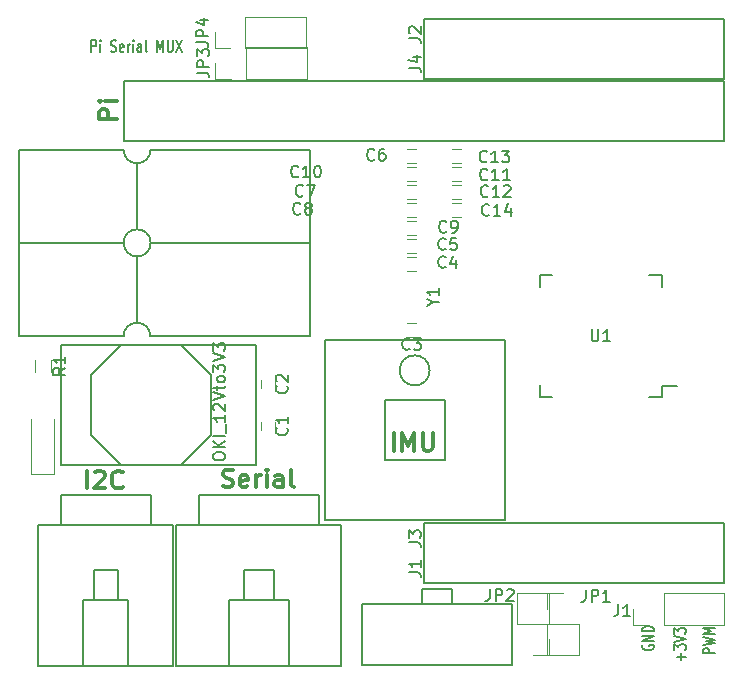
<source format=gbr>
G04 #@! TF.FileFunction,Legend,Top*
%FSLAX46Y46*%
G04 Gerber Fmt 4.6, Leading zero omitted, Abs format (unit mm)*
G04 Created by KiCad (PCBNEW 4.0.7) date 03/17/18 13:32:57*
%MOMM*%
%LPD*%
G01*
G04 APERTURE LIST*
%ADD10C,0.100000*%
%ADD11C,0.190500*%
%ADD12C,0.300000*%
%ADD13C,0.150000*%
%ADD14C,0.120000*%
G04 APERTURE END LIST*
D10*
D11*
X124764801Y-93311162D02*
X124764801Y-92319162D01*
X125055086Y-92319162D01*
X125127658Y-92366400D01*
X125163943Y-92413638D01*
X125200229Y-92508114D01*
X125200229Y-92649829D01*
X125163943Y-92744305D01*
X125127658Y-92791543D01*
X125055086Y-92838781D01*
X124764801Y-92838781D01*
X125526801Y-93311162D02*
X125526801Y-92649829D01*
X125526801Y-92319162D02*
X125490515Y-92366400D01*
X125526801Y-92413638D01*
X125563086Y-92366400D01*
X125526801Y-92319162D01*
X125526801Y-92413638D01*
X126433943Y-93263924D02*
X126542800Y-93311162D01*
X126724229Y-93311162D01*
X126796800Y-93263924D01*
X126833086Y-93216686D01*
X126869371Y-93122210D01*
X126869371Y-93027733D01*
X126833086Y-92933257D01*
X126796800Y-92886019D01*
X126724229Y-92838781D01*
X126579086Y-92791543D01*
X126506514Y-92744305D01*
X126470229Y-92697067D01*
X126433943Y-92602590D01*
X126433943Y-92508114D01*
X126470229Y-92413638D01*
X126506514Y-92366400D01*
X126579086Y-92319162D01*
X126760514Y-92319162D01*
X126869371Y-92366400D01*
X127486228Y-93263924D02*
X127413657Y-93311162D01*
X127268514Y-93311162D01*
X127195943Y-93263924D01*
X127159657Y-93169448D01*
X127159657Y-92791543D01*
X127195943Y-92697067D01*
X127268514Y-92649829D01*
X127413657Y-92649829D01*
X127486228Y-92697067D01*
X127522514Y-92791543D01*
X127522514Y-92886019D01*
X127159657Y-92980495D01*
X127849086Y-93311162D02*
X127849086Y-92649829D01*
X127849086Y-92838781D02*
X127885371Y-92744305D01*
X127921657Y-92697067D01*
X127994228Y-92649829D01*
X128066800Y-92649829D01*
X128320800Y-93311162D02*
X128320800Y-92649829D01*
X128320800Y-92319162D02*
X128284514Y-92366400D01*
X128320800Y-92413638D01*
X128357085Y-92366400D01*
X128320800Y-92319162D01*
X128320800Y-92413638D01*
X129010228Y-93311162D02*
X129010228Y-92791543D01*
X128973942Y-92697067D01*
X128901371Y-92649829D01*
X128756228Y-92649829D01*
X128683657Y-92697067D01*
X129010228Y-93263924D02*
X128937657Y-93311162D01*
X128756228Y-93311162D01*
X128683657Y-93263924D01*
X128647371Y-93169448D01*
X128647371Y-93074971D01*
X128683657Y-92980495D01*
X128756228Y-92933257D01*
X128937657Y-92933257D01*
X129010228Y-92886019D01*
X129481943Y-93311162D02*
X129409371Y-93263924D01*
X129373086Y-93169448D01*
X129373086Y-92319162D01*
X130352800Y-93311162D02*
X130352800Y-92319162D01*
X130606800Y-93027733D01*
X130860800Y-92319162D01*
X130860800Y-93311162D01*
X131223657Y-92319162D02*
X131223657Y-93122210D01*
X131259942Y-93216686D01*
X131296228Y-93263924D01*
X131368799Y-93311162D01*
X131513942Y-93311162D01*
X131586514Y-93263924D01*
X131622799Y-93216686D01*
X131659085Y-93122210D01*
X131659085Y-92319162D01*
X131949371Y-92319162D02*
X132457371Y-93311162D01*
X132457371Y-92319162D02*
X131949371Y-93311162D01*
X177537562Y-144224828D02*
X176545562Y-144224828D01*
X176545562Y-143934543D01*
X176592800Y-143861971D01*
X176640038Y-143825686D01*
X176734514Y-143789400D01*
X176876229Y-143789400D01*
X176970705Y-143825686D01*
X177017943Y-143861971D01*
X177065181Y-143934543D01*
X177065181Y-144224828D01*
X176545562Y-143535400D02*
X177537562Y-143353971D01*
X176828990Y-143208828D01*
X177537562Y-143063686D01*
X176545562Y-142882257D01*
X177537562Y-142591971D02*
X176545562Y-142591971D01*
X177254133Y-142337971D01*
X176545562Y-142083971D01*
X177537562Y-142083971D01*
X174721257Y-144801771D02*
X174721257Y-144221200D01*
X175099162Y-144511486D02*
X174343352Y-144511486D01*
X174107162Y-143930914D02*
X174107162Y-143459200D01*
X174485067Y-143713200D01*
X174485067Y-143604342D01*
X174532305Y-143531771D01*
X174579543Y-143495485D01*
X174674019Y-143459200D01*
X174910210Y-143459200D01*
X175004686Y-143495485D01*
X175051924Y-143531771D01*
X175099162Y-143604342D01*
X175099162Y-143822057D01*
X175051924Y-143894628D01*
X175004686Y-143930914D01*
X174107162Y-143241486D02*
X175099162Y-142987486D01*
X174107162Y-142733486D01*
X174107162Y-142552057D02*
X174107162Y-142080343D01*
X174485067Y-142334343D01*
X174485067Y-142225485D01*
X174532305Y-142152914D01*
X174579543Y-142116628D01*
X174674019Y-142080343D01*
X174910210Y-142080343D01*
X175004686Y-142116628D01*
X175051924Y-142152914D01*
X175099162Y-142225485D01*
X175099162Y-142443200D01*
X175051924Y-142515771D01*
X175004686Y-142552057D01*
X171462000Y-143531772D02*
X171414762Y-143604343D01*
X171414762Y-143713200D01*
X171462000Y-143822057D01*
X171556476Y-143894629D01*
X171650952Y-143930914D01*
X171839905Y-143967200D01*
X171981619Y-143967200D01*
X172170571Y-143930914D01*
X172265048Y-143894629D01*
X172359524Y-143822057D01*
X172406762Y-143713200D01*
X172406762Y-143640629D01*
X172359524Y-143531772D01*
X172312286Y-143495486D01*
X171981619Y-143495486D01*
X171981619Y-143640629D01*
X172406762Y-143168914D02*
X171414762Y-143168914D01*
X172406762Y-142733486D01*
X171414762Y-142733486D01*
X172406762Y-142370628D02*
X171414762Y-142370628D01*
X171414762Y-142189200D01*
X171462000Y-142080343D01*
X171556476Y-142007771D01*
X171650952Y-141971486D01*
X171839905Y-141935200D01*
X171981619Y-141935200D01*
X172170571Y-141971486D01*
X172265048Y-142007771D01*
X172359524Y-142080343D01*
X172406762Y-142189200D01*
X172406762Y-142370628D01*
D12*
X126916571Y-98997200D02*
X125416571Y-98997200D01*
X125416571Y-98425772D01*
X125488000Y-98282914D01*
X125559429Y-98211486D01*
X125702286Y-98140057D01*
X125916571Y-98140057D01*
X126059429Y-98211486D01*
X126130857Y-98282914D01*
X126202286Y-98425772D01*
X126202286Y-98997200D01*
X126916571Y-97497200D02*
X125916571Y-97497200D01*
X125416571Y-97497200D02*
X125488000Y-97568629D01*
X125559429Y-97497200D01*
X125488000Y-97425772D01*
X125416571Y-97497200D01*
X125559429Y-97497200D01*
X150401543Y-127068971D02*
X150401543Y-125568971D01*
X151115829Y-127068971D02*
X151115829Y-125568971D01*
X151615829Y-126640400D01*
X152115829Y-125568971D01*
X152115829Y-127068971D01*
X152830115Y-125568971D02*
X152830115Y-126783257D01*
X152901543Y-126926114D01*
X152972972Y-126997543D01*
X153115829Y-127068971D01*
X153401543Y-127068971D01*
X153544401Y-126997543D01*
X153615829Y-126926114D01*
X153687258Y-126783257D01*
X153687258Y-125568971D01*
X135922915Y-130096343D02*
X136137201Y-130167771D01*
X136494344Y-130167771D01*
X136637201Y-130096343D01*
X136708630Y-130024914D01*
X136780058Y-129882057D01*
X136780058Y-129739200D01*
X136708630Y-129596343D01*
X136637201Y-129524914D01*
X136494344Y-129453486D01*
X136208630Y-129382057D01*
X136065772Y-129310629D01*
X135994344Y-129239200D01*
X135922915Y-129096343D01*
X135922915Y-128953486D01*
X135994344Y-128810629D01*
X136065772Y-128739200D01*
X136208630Y-128667771D01*
X136565772Y-128667771D01*
X136780058Y-128739200D01*
X137994343Y-130096343D02*
X137851486Y-130167771D01*
X137565772Y-130167771D01*
X137422915Y-130096343D01*
X137351486Y-129953486D01*
X137351486Y-129382057D01*
X137422915Y-129239200D01*
X137565772Y-129167771D01*
X137851486Y-129167771D01*
X137994343Y-129239200D01*
X138065772Y-129382057D01*
X138065772Y-129524914D01*
X137351486Y-129667771D01*
X138708629Y-130167771D02*
X138708629Y-129167771D01*
X138708629Y-129453486D02*
X138780057Y-129310629D01*
X138851486Y-129239200D01*
X138994343Y-129167771D01*
X139137200Y-129167771D01*
X139637200Y-130167771D02*
X139637200Y-129167771D01*
X139637200Y-128667771D02*
X139565771Y-128739200D01*
X139637200Y-128810629D01*
X139708628Y-128739200D01*
X139637200Y-128667771D01*
X139637200Y-128810629D01*
X140994343Y-130167771D02*
X140994343Y-129382057D01*
X140922914Y-129239200D01*
X140780057Y-129167771D01*
X140494343Y-129167771D01*
X140351486Y-129239200D01*
X140994343Y-130096343D02*
X140851486Y-130167771D01*
X140494343Y-130167771D01*
X140351486Y-130096343D01*
X140280057Y-129953486D01*
X140280057Y-129810629D01*
X140351486Y-129667771D01*
X140494343Y-129596343D01*
X140851486Y-129596343D01*
X140994343Y-129524914D01*
X141922915Y-130167771D02*
X141780057Y-130096343D01*
X141708629Y-129953486D01*
X141708629Y-128667771D01*
X124418115Y-130269371D02*
X124418115Y-128769371D01*
X125060972Y-128912229D02*
X125132401Y-128840800D01*
X125275258Y-128769371D01*
X125632401Y-128769371D01*
X125775258Y-128840800D01*
X125846687Y-128912229D01*
X125918115Y-129055086D01*
X125918115Y-129197943D01*
X125846687Y-129412229D01*
X124989544Y-130269371D01*
X125918115Y-130269371D01*
X127418115Y-130126514D02*
X127346686Y-130197943D01*
X127132400Y-130269371D01*
X126989543Y-130269371D01*
X126775258Y-130197943D01*
X126632400Y-130055086D01*
X126560972Y-129912229D01*
X126489543Y-129626514D01*
X126489543Y-129412229D01*
X126560972Y-129126514D01*
X126632400Y-128983657D01*
X126775258Y-128840800D01*
X126989543Y-128769371D01*
X127132400Y-128769371D01*
X127346686Y-128840800D01*
X127418115Y-128912229D01*
D13*
X173069000Y-122523000D02*
X173069000Y-121573000D01*
X162719000Y-122523000D02*
X162719000Y-121473000D01*
X162719000Y-112173000D02*
X162719000Y-113223000D01*
X173069000Y-112173000D02*
X173069000Y-113223000D01*
X173069000Y-122523000D02*
X172019000Y-122523000D01*
X173069000Y-112173000D02*
X172019000Y-112173000D01*
X162719000Y-112173000D02*
X163769000Y-112173000D01*
X162719000Y-122523000D02*
X163769000Y-122523000D01*
X173069000Y-121573000D02*
X174344000Y-121573000D01*
D14*
X152242000Y-104232000D02*
X151542000Y-104232000D01*
X151542000Y-103032000D02*
X152242000Y-103032000D01*
X140300000Y-121062000D02*
X140300000Y-121762000D01*
X139100000Y-121762000D02*
X139100000Y-121062000D01*
X152242000Y-117440000D02*
X151542000Y-117440000D01*
X151542000Y-116240000D02*
X152242000Y-116240000D01*
X152242000Y-111852000D02*
X151542000Y-111852000D01*
X151542000Y-110652000D02*
X152242000Y-110652000D01*
X152242000Y-110328000D02*
X151542000Y-110328000D01*
X151542000Y-109128000D02*
X152242000Y-109128000D01*
X152242000Y-102708000D02*
X151542000Y-102708000D01*
X151542000Y-101508000D02*
X152242000Y-101508000D01*
X152242000Y-105756000D02*
X151542000Y-105756000D01*
X151542000Y-104556000D02*
X152242000Y-104556000D01*
X152242000Y-107280000D02*
X151542000Y-107280000D01*
X151542000Y-106080000D02*
X152242000Y-106080000D01*
X152242000Y-108804000D02*
X151542000Y-108804000D01*
X151542000Y-107604000D02*
X152242000Y-107604000D01*
X155352000Y-103032000D02*
X156052000Y-103032000D01*
X156052000Y-104232000D02*
X155352000Y-104232000D01*
X155352000Y-104556000D02*
X156052000Y-104556000D01*
X156052000Y-105756000D02*
X155352000Y-105756000D01*
X155352000Y-101508000D02*
X156052000Y-101508000D01*
X156052000Y-102708000D02*
X155352000Y-102708000D01*
X155352000Y-106080000D02*
X156052000Y-106080000D01*
X156052000Y-107280000D02*
X155352000Y-107280000D01*
X119970000Y-120388000D02*
X119970000Y-119388000D01*
X121330000Y-119388000D02*
X121330000Y-120388000D01*
D13*
X178308000Y-100838000D02*
X178308000Y-95758000D01*
X178308000Y-95758000D02*
X127508000Y-95758000D01*
X127508000Y-95758000D02*
X127508000Y-100838000D01*
X127508000Y-100838000D02*
X178308000Y-100838000D01*
X127508000Y-101600000D02*
X126288800Y-101600000D01*
X128651000Y-102743000D02*
G75*
G03X129794000Y-101600000I0J1143000D01*
G01*
X127508000Y-101600000D02*
G75*
G03X128651000Y-102743000I1143000J0D01*
G01*
X129768600Y-117348000D02*
G75*
G03X128651000Y-116230400I-1117600J0D01*
G01*
X128625600Y-116230400D02*
G75*
G03X127508000Y-117348000I0J-1117600D01*
G01*
X130962400Y-117348000D02*
X129768600Y-117348000D01*
X128651000Y-115036600D02*
X128651000Y-116205000D01*
X126339600Y-117348000D02*
X127508000Y-117348000D01*
X130911600Y-101600000D02*
X129819400Y-101600000D01*
X128651000Y-102743000D02*
X128651000Y-103911400D01*
X128651000Y-111760000D02*
X128651000Y-110617000D01*
X118618000Y-109448600D02*
X127508000Y-109448600D01*
X128651000Y-107188000D02*
X128651000Y-108331000D01*
X130937000Y-109474000D02*
X129794000Y-109474000D01*
X128651000Y-111760000D02*
X128651000Y-115062000D01*
X130937000Y-109474000D02*
X143256000Y-109474000D01*
X128651000Y-107188000D02*
X128651000Y-103911400D01*
X129794000Y-109474000D02*
G75*
G03X129794000Y-109474000I-1143000J0D01*
G01*
X130937000Y-117348000D02*
X143256000Y-117348000D01*
X126365000Y-117348000D02*
X118618000Y-117348000D01*
X118618000Y-101600000D02*
X126365000Y-101600000D01*
X130937000Y-101600000D02*
X143256000Y-101600000D01*
X118614000Y-117348000D02*
X118614000Y-101598000D01*
X143252000Y-117348000D02*
X143252000Y-101598000D01*
X134874000Y-125730000D02*
X132334000Y-128270000D01*
X132334000Y-128270000D02*
X127254000Y-128270000D01*
X127254000Y-128270000D02*
X124714000Y-125730000D01*
X124714000Y-125730000D02*
X124714000Y-120650000D01*
X124714000Y-120650000D02*
X127254000Y-118110000D01*
X127254000Y-118110000D02*
X132334000Y-118110000D01*
X132334000Y-118110000D02*
X134874000Y-120650000D01*
X134874000Y-120650000D02*
X134874000Y-125730000D01*
X122174000Y-118110000D02*
X122174000Y-128270000D01*
X138684000Y-118110000D02*
X138684000Y-128270000D01*
X138684000Y-128270000D02*
X122174000Y-128270000D01*
X122174000Y-118110000D02*
X138684000Y-118110000D01*
D14*
X140300000Y-124618000D02*
X140300000Y-125318000D01*
X139100000Y-125318000D02*
X139100000Y-124618000D01*
D13*
X145923000Y-145288000D02*
X131953000Y-145288000D01*
X141478000Y-139700000D02*
X136398000Y-139700000D01*
X137668000Y-139700000D02*
X137668000Y-137160000D01*
X137668000Y-137160000D02*
X140208000Y-137160000D01*
X136398000Y-145288000D02*
X136398000Y-139700000D01*
X131953000Y-133350000D02*
X131953000Y-145288000D01*
X133858000Y-130810000D02*
X144018000Y-130810000D01*
X141478000Y-145288000D02*
X141478000Y-144780000D01*
X145923000Y-133350000D02*
X145923000Y-145288000D01*
X144018000Y-133350000D02*
X145923000Y-133350000D01*
X141478000Y-140970000D02*
X141478000Y-139700000D01*
X141478000Y-140970000D02*
X141478000Y-144780000D01*
X140208000Y-139700000D02*
X140208000Y-137160000D01*
X144018000Y-133350000D02*
X131953000Y-133350000D01*
X133858000Y-133350000D02*
X133858000Y-130810000D01*
X144018000Y-130810000D02*
X144018000Y-133350000D01*
X153416000Y-120269000D02*
G75*
G03X153416000Y-120269000I-1270000J0D01*
G01*
X149606000Y-127889000D02*
X154686000Y-127889000D01*
X154686000Y-127889000D02*
X154686000Y-122809000D01*
X154686000Y-122809000D02*
X149606000Y-122809000D01*
X149606000Y-122809000D02*
X149606000Y-127889000D01*
X158496000Y-117729000D02*
X159766000Y-117729000D01*
X159766000Y-117729000D02*
X159766000Y-132969000D01*
X159766000Y-132969000D02*
X158496000Y-132969000D01*
X144526000Y-117729000D02*
X158496000Y-117729000D01*
X159766000Y-117729000D02*
X159766000Y-132969000D01*
X158496000Y-132969000D02*
X144526000Y-132969000D01*
X144526000Y-132969000D02*
X144526000Y-117729000D01*
X155321000Y-140081000D02*
X155321000Y-138811000D01*
X155321000Y-138811000D02*
X152781000Y-138811000D01*
X152781000Y-138811000D02*
X152781000Y-140081000D01*
X160401000Y-145161000D02*
X160401000Y-140081000D01*
X160401000Y-140081000D02*
X147701000Y-140081000D01*
X160351000Y-145181000D02*
X147701000Y-145181000D01*
X147701000Y-140081000D02*
X147701000Y-145181000D01*
D14*
X119700000Y-129084000D02*
X121600000Y-129084000D01*
X121600000Y-129084000D02*
X121600000Y-124384000D01*
X119700000Y-129084000D02*
X119700000Y-124384000D01*
D13*
X152908000Y-90551000D02*
X152908000Y-95631000D01*
X152908000Y-95631000D02*
X178308000Y-95631000D01*
X178308000Y-95631000D02*
X178308000Y-90551000D01*
X178308000Y-90551000D02*
X152908000Y-90551000D01*
X152908000Y-133223000D02*
X152908000Y-138303000D01*
X152908000Y-138303000D02*
X178308000Y-138303000D01*
X178308000Y-138303000D02*
X178308000Y-133223000D01*
X178308000Y-133223000D02*
X152908000Y-133223000D01*
D14*
X163363600Y-144332000D02*
X166023600Y-144332000D01*
X163363600Y-141732000D02*
X163363600Y-144332000D01*
X166023600Y-141732000D02*
X166023600Y-144332000D01*
X163363600Y-141732000D02*
X166023600Y-141732000D01*
X163363600Y-140462000D02*
X163363600Y-139132000D01*
X163363600Y-139132000D02*
X164693600Y-139132000D01*
X163483600Y-139132000D02*
X160823600Y-139132000D01*
X163483600Y-141732000D02*
X163483600Y-139132000D01*
X160823600Y-141732000D02*
X160823600Y-139132000D01*
X163483600Y-141732000D02*
X160823600Y-141732000D01*
X163483600Y-143002000D02*
X163483600Y-144332000D01*
X163483600Y-144332000D02*
X162153600Y-144332000D01*
X143011200Y-95564000D02*
X143011200Y-92904000D01*
X137871200Y-95564000D02*
X143011200Y-95564000D01*
X137871200Y-92904000D02*
X143011200Y-92904000D01*
X137871200Y-95564000D02*
X137871200Y-92904000D01*
X136601200Y-95564000D02*
X135271200Y-95564000D01*
X135271200Y-95564000D02*
X135271200Y-94234000D01*
X142960400Y-92973200D02*
X142960400Y-90313200D01*
X137820400Y-92973200D02*
X142960400Y-92973200D01*
X137820400Y-90313200D02*
X142960400Y-90313200D01*
X137820400Y-92973200D02*
X137820400Y-90313200D01*
X136550400Y-92973200D02*
X135220400Y-92973200D01*
X135220400Y-92973200D02*
X135220400Y-91643200D01*
D13*
X131699000Y-133350000D02*
X120269000Y-133350000D01*
X120269000Y-133350000D02*
X120269000Y-145288000D01*
X124079000Y-139700000D02*
X127889000Y-139700000D01*
X127000000Y-137160000D02*
X124968000Y-137160000D01*
X122174000Y-130810000D02*
X129794000Y-130810000D01*
X131699000Y-145288000D02*
X120269000Y-145288000D01*
X124968000Y-139700000D02*
X124968000Y-137160000D01*
X124079000Y-145288000D02*
X124079000Y-139700000D01*
X127889000Y-145288000D02*
X127889000Y-144780000D01*
X131699000Y-133350000D02*
X131699000Y-145288000D01*
X127889000Y-140970000D02*
X127889000Y-139700000D01*
X127889000Y-140970000D02*
X127889000Y-144780000D01*
X127000000Y-139700000D02*
X127000000Y-137160000D01*
X122174000Y-133350000D02*
X122174000Y-130810000D01*
X129794000Y-130810000D02*
X129794000Y-133350000D01*
D14*
X173228000Y-141792000D02*
X178368000Y-141792000D01*
X178368000Y-141792000D02*
X178368000Y-139132000D01*
X178368000Y-139132000D02*
X173228000Y-139132000D01*
X173228000Y-139132000D02*
X173228000Y-141792000D01*
X171958000Y-141792000D02*
X170628000Y-141792000D01*
X170628000Y-141792000D02*
X170628000Y-140462000D01*
D13*
X167132095Y-116800381D02*
X167132095Y-117609905D01*
X167179714Y-117705143D01*
X167227333Y-117752762D01*
X167322571Y-117800381D01*
X167513048Y-117800381D01*
X167608286Y-117752762D01*
X167655905Y-117705143D01*
X167703524Y-117609905D01*
X167703524Y-116800381D01*
X168703524Y-117800381D02*
X168132095Y-117800381D01*
X168417809Y-117800381D02*
X168417809Y-116800381D01*
X168322571Y-116943238D01*
X168227333Y-117038476D01*
X168132095Y-117086095D01*
X142308343Y-103836743D02*
X142260724Y-103884362D01*
X142117867Y-103931981D01*
X142022629Y-103931981D01*
X141879771Y-103884362D01*
X141784533Y-103789124D01*
X141736914Y-103693886D01*
X141689295Y-103503410D01*
X141689295Y-103360552D01*
X141736914Y-103170076D01*
X141784533Y-103074838D01*
X141879771Y-102979600D01*
X142022629Y-102931981D01*
X142117867Y-102931981D01*
X142260724Y-102979600D01*
X142308343Y-103027219D01*
X143260724Y-103931981D02*
X142689295Y-103931981D01*
X142975009Y-103931981D02*
X142975009Y-102931981D01*
X142879771Y-103074838D01*
X142784533Y-103170076D01*
X142689295Y-103217695D01*
X143879771Y-102931981D02*
X143975010Y-102931981D01*
X144070248Y-102979600D01*
X144117867Y-103027219D01*
X144165486Y-103122457D01*
X144213105Y-103312933D01*
X144213105Y-103551029D01*
X144165486Y-103741505D01*
X144117867Y-103836743D01*
X144070248Y-103884362D01*
X143975010Y-103931981D01*
X143879771Y-103931981D01*
X143784533Y-103884362D01*
X143736914Y-103836743D01*
X143689295Y-103741505D01*
X143641676Y-103551029D01*
X143641676Y-103312933D01*
X143689295Y-103122457D01*
X143736914Y-103027219D01*
X143784533Y-102979600D01*
X143879771Y-102931981D01*
X141307143Y-121578666D02*
X141354762Y-121626285D01*
X141402381Y-121769142D01*
X141402381Y-121864380D01*
X141354762Y-122007238D01*
X141259524Y-122102476D01*
X141164286Y-122150095D01*
X140973810Y-122197714D01*
X140830952Y-122197714D01*
X140640476Y-122150095D01*
X140545238Y-122102476D01*
X140450000Y-122007238D01*
X140402381Y-121864380D01*
X140402381Y-121769142D01*
X140450000Y-121626285D01*
X140497619Y-121578666D01*
X140497619Y-121197714D02*
X140450000Y-121150095D01*
X140402381Y-121054857D01*
X140402381Y-120816761D01*
X140450000Y-120721523D01*
X140497619Y-120673904D01*
X140592857Y-120626285D01*
X140688095Y-120626285D01*
X140830952Y-120673904D01*
X141402381Y-121245333D01*
X141402381Y-120626285D01*
X151725334Y-118447143D02*
X151677715Y-118494762D01*
X151534858Y-118542381D01*
X151439620Y-118542381D01*
X151296762Y-118494762D01*
X151201524Y-118399524D01*
X151153905Y-118304286D01*
X151106286Y-118113810D01*
X151106286Y-117970952D01*
X151153905Y-117780476D01*
X151201524Y-117685238D01*
X151296762Y-117590000D01*
X151439620Y-117542381D01*
X151534858Y-117542381D01*
X151677715Y-117590000D01*
X151725334Y-117637619D01*
X152058667Y-117542381D02*
X152677715Y-117542381D01*
X152344381Y-117923333D01*
X152487239Y-117923333D01*
X152582477Y-117970952D01*
X152630096Y-118018571D01*
X152677715Y-118113810D01*
X152677715Y-118351905D01*
X152630096Y-118447143D01*
X152582477Y-118494762D01*
X152487239Y-118542381D01*
X152201524Y-118542381D01*
X152106286Y-118494762D01*
X152058667Y-118447143D01*
X154773334Y-111507543D02*
X154725715Y-111555162D01*
X154582858Y-111602781D01*
X154487620Y-111602781D01*
X154344762Y-111555162D01*
X154249524Y-111459924D01*
X154201905Y-111364686D01*
X154154286Y-111174210D01*
X154154286Y-111031352D01*
X154201905Y-110840876D01*
X154249524Y-110745638D01*
X154344762Y-110650400D01*
X154487620Y-110602781D01*
X154582858Y-110602781D01*
X154725715Y-110650400D01*
X154773334Y-110698019D01*
X155630477Y-110936114D02*
X155630477Y-111602781D01*
X155392381Y-110555162D02*
X155154286Y-111269448D01*
X155773334Y-111269448D01*
X154773334Y-109983543D02*
X154725715Y-110031162D01*
X154582858Y-110078781D01*
X154487620Y-110078781D01*
X154344762Y-110031162D01*
X154249524Y-109935924D01*
X154201905Y-109840686D01*
X154154286Y-109650210D01*
X154154286Y-109507352D01*
X154201905Y-109316876D01*
X154249524Y-109221638D01*
X154344762Y-109126400D01*
X154487620Y-109078781D01*
X154582858Y-109078781D01*
X154725715Y-109126400D01*
X154773334Y-109174019D01*
X155678096Y-109078781D02*
X155201905Y-109078781D01*
X155154286Y-109554971D01*
X155201905Y-109507352D01*
X155297143Y-109459733D01*
X155535239Y-109459733D01*
X155630477Y-109507352D01*
X155678096Y-109554971D01*
X155725715Y-109650210D01*
X155725715Y-109888305D01*
X155678096Y-109983543D01*
X155630477Y-110031162D01*
X155535239Y-110078781D01*
X155297143Y-110078781D01*
X155201905Y-110031162D01*
X155154286Y-109983543D01*
X148728134Y-102414343D02*
X148680515Y-102461962D01*
X148537658Y-102509581D01*
X148442420Y-102509581D01*
X148299562Y-102461962D01*
X148204324Y-102366724D01*
X148156705Y-102271486D01*
X148109086Y-102081010D01*
X148109086Y-101938152D01*
X148156705Y-101747676D01*
X148204324Y-101652438D01*
X148299562Y-101557200D01*
X148442420Y-101509581D01*
X148537658Y-101509581D01*
X148680515Y-101557200D01*
X148728134Y-101604819D01*
X149585277Y-101509581D02*
X149394800Y-101509581D01*
X149299562Y-101557200D01*
X149251943Y-101604819D01*
X149156705Y-101747676D01*
X149109086Y-101938152D01*
X149109086Y-102319105D01*
X149156705Y-102414343D01*
X149204324Y-102461962D01*
X149299562Y-102509581D01*
X149490039Y-102509581D01*
X149585277Y-102461962D01*
X149632896Y-102414343D01*
X149680515Y-102319105D01*
X149680515Y-102081010D01*
X149632896Y-101985771D01*
X149585277Y-101938152D01*
X149490039Y-101890533D01*
X149299562Y-101890533D01*
X149204324Y-101938152D01*
X149156705Y-101985771D01*
X149109086Y-102081010D01*
X142682934Y-105462343D02*
X142635315Y-105509962D01*
X142492458Y-105557581D01*
X142397220Y-105557581D01*
X142254362Y-105509962D01*
X142159124Y-105414724D01*
X142111505Y-105319486D01*
X142063886Y-105129010D01*
X142063886Y-104986152D01*
X142111505Y-104795676D01*
X142159124Y-104700438D01*
X142254362Y-104605200D01*
X142397220Y-104557581D01*
X142492458Y-104557581D01*
X142635315Y-104605200D01*
X142682934Y-104652819D01*
X143016267Y-104557581D02*
X143682934Y-104557581D01*
X143254362Y-105557581D01*
X142479734Y-106986343D02*
X142432115Y-107033962D01*
X142289258Y-107081581D01*
X142194020Y-107081581D01*
X142051162Y-107033962D01*
X141955924Y-106938724D01*
X141908305Y-106843486D01*
X141860686Y-106653010D01*
X141860686Y-106510152D01*
X141908305Y-106319676D01*
X141955924Y-106224438D01*
X142051162Y-106129200D01*
X142194020Y-106081581D01*
X142289258Y-106081581D01*
X142432115Y-106129200D01*
X142479734Y-106176819D01*
X143051162Y-106510152D02*
X142955924Y-106462533D01*
X142908305Y-106414914D01*
X142860686Y-106319676D01*
X142860686Y-106272057D01*
X142908305Y-106176819D01*
X142955924Y-106129200D01*
X143051162Y-106081581D01*
X143241639Y-106081581D01*
X143336877Y-106129200D01*
X143384496Y-106176819D01*
X143432115Y-106272057D01*
X143432115Y-106319676D01*
X143384496Y-106414914D01*
X143336877Y-106462533D01*
X143241639Y-106510152D01*
X143051162Y-106510152D01*
X142955924Y-106557771D01*
X142908305Y-106605390D01*
X142860686Y-106700629D01*
X142860686Y-106891105D01*
X142908305Y-106986343D01*
X142955924Y-107033962D01*
X143051162Y-107081581D01*
X143241639Y-107081581D01*
X143336877Y-107033962D01*
X143384496Y-106986343D01*
X143432115Y-106891105D01*
X143432115Y-106700629D01*
X143384496Y-106605390D01*
X143336877Y-106557771D01*
X143241639Y-106510152D01*
X154824134Y-108510343D02*
X154776515Y-108557962D01*
X154633658Y-108605581D01*
X154538420Y-108605581D01*
X154395562Y-108557962D01*
X154300324Y-108462724D01*
X154252705Y-108367486D01*
X154205086Y-108177010D01*
X154205086Y-108034152D01*
X154252705Y-107843676D01*
X154300324Y-107748438D01*
X154395562Y-107653200D01*
X154538420Y-107605581D01*
X154633658Y-107605581D01*
X154776515Y-107653200D01*
X154824134Y-107700819D01*
X155300324Y-108605581D02*
X155490800Y-108605581D01*
X155586039Y-108557962D01*
X155633658Y-108510343D01*
X155728896Y-108367486D01*
X155776515Y-108177010D01*
X155776515Y-107796057D01*
X155728896Y-107700819D01*
X155681277Y-107653200D01*
X155586039Y-107605581D01*
X155395562Y-107605581D01*
X155300324Y-107653200D01*
X155252705Y-107700819D01*
X155205086Y-107796057D01*
X155205086Y-108034152D01*
X155252705Y-108129390D01*
X155300324Y-108177010D01*
X155395562Y-108224629D01*
X155586039Y-108224629D01*
X155681277Y-108177010D01*
X155728896Y-108129390D01*
X155776515Y-108034152D01*
X158310343Y-104090743D02*
X158262724Y-104138362D01*
X158119867Y-104185981D01*
X158024629Y-104185981D01*
X157881771Y-104138362D01*
X157786533Y-104043124D01*
X157738914Y-103947886D01*
X157691295Y-103757410D01*
X157691295Y-103614552D01*
X157738914Y-103424076D01*
X157786533Y-103328838D01*
X157881771Y-103233600D01*
X158024629Y-103185981D01*
X158119867Y-103185981D01*
X158262724Y-103233600D01*
X158310343Y-103281219D01*
X159262724Y-104185981D02*
X158691295Y-104185981D01*
X158977009Y-104185981D02*
X158977009Y-103185981D01*
X158881771Y-103328838D01*
X158786533Y-103424076D01*
X158691295Y-103471695D01*
X160215105Y-104185981D02*
X159643676Y-104185981D01*
X159929390Y-104185981D02*
X159929390Y-103185981D01*
X159834152Y-103328838D01*
X159738914Y-103424076D01*
X159643676Y-103471695D01*
X158361143Y-105513143D02*
X158313524Y-105560762D01*
X158170667Y-105608381D01*
X158075429Y-105608381D01*
X157932571Y-105560762D01*
X157837333Y-105465524D01*
X157789714Y-105370286D01*
X157742095Y-105179810D01*
X157742095Y-105036952D01*
X157789714Y-104846476D01*
X157837333Y-104751238D01*
X157932571Y-104656000D01*
X158075429Y-104608381D01*
X158170667Y-104608381D01*
X158313524Y-104656000D01*
X158361143Y-104703619D01*
X159313524Y-105608381D02*
X158742095Y-105608381D01*
X159027809Y-105608381D02*
X159027809Y-104608381D01*
X158932571Y-104751238D01*
X158837333Y-104846476D01*
X158742095Y-104894095D01*
X159694476Y-104703619D02*
X159742095Y-104656000D01*
X159837333Y-104608381D01*
X160075429Y-104608381D01*
X160170667Y-104656000D01*
X160218286Y-104703619D01*
X160265905Y-104798857D01*
X160265905Y-104894095D01*
X160218286Y-105036952D01*
X159646857Y-105608381D01*
X160265905Y-105608381D01*
X158259543Y-102566743D02*
X158211924Y-102614362D01*
X158069067Y-102661981D01*
X157973829Y-102661981D01*
X157830971Y-102614362D01*
X157735733Y-102519124D01*
X157688114Y-102423886D01*
X157640495Y-102233410D01*
X157640495Y-102090552D01*
X157688114Y-101900076D01*
X157735733Y-101804838D01*
X157830971Y-101709600D01*
X157973829Y-101661981D01*
X158069067Y-101661981D01*
X158211924Y-101709600D01*
X158259543Y-101757219D01*
X159211924Y-102661981D02*
X158640495Y-102661981D01*
X158926209Y-102661981D02*
X158926209Y-101661981D01*
X158830971Y-101804838D01*
X158735733Y-101900076D01*
X158640495Y-101947695D01*
X159545257Y-101661981D02*
X160164305Y-101661981D01*
X159830971Y-102042933D01*
X159973829Y-102042933D01*
X160069067Y-102090552D01*
X160116686Y-102138171D01*
X160164305Y-102233410D01*
X160164305Y-102471505D01*
X160116686Y-102566743D01*
X160069067Y-102614362D01*
X159973829Y-102661981D01*
X159688114Y-102661981D01*
X159592876Y-102614362D01*
X159545257Y-102566743D01*
X158462743Y-107087943D02*
X158415124Y-107135562D01*
X158272267Y-107183181D01*
X158177029Y-107183181D01*
X158034171Y-107135562D01*
X157938933Y-107040324D01*
X157891314Y-106945086D01*
X157843695Y-106754610D01*
X157843695Y-106611752D01*
X157891314Y-106421276D01*
X157938933Y-106326038D01*
X158034171Y-106230800D01*
X158177029Y-106183181D01*
X158272267Y-106183181D01*
X158415124Y-106230800D01*
X158462743Y-106278419D01*
X159415124Y-107183181D02*
X158843695Y-107183181D01*
X159129409Y-107183181D02*
X159129409Y-106183181D01*
X159034171Y-106326038D01*
X158938933Y-106421276D01*
X158843695Y-106468895D01*
X160272267Y-106516514D02*
X160272267Y-107183181D01*
X160034171Y-106135562D02*
X159796076Y-106849848D01*
X160415124Y-106849848D01*
X122552381Y-120054666D02*
X122076190Y-120388000D01*
X122552381Y-120626095D02*
X121552381Y-120626095D01*
X121552381Y-120245142D01*
X121600000Y-120149904D01*
X121647619Y-120102285D01*
X121742857Y-120054666D01*
X121885714Y-120054666D01*
X121980952Y-120102285D01*
X122028571Y-120149904D01*
X122076190Y-120245142D01*
X122076190Y-120626095D01*
X122552381Y-119102285D02*
X122552381Y-119673714D01*
X122552381Y-119388000D02*
X121552381Y-119388000D01*
X121695238Y-119483238D01*
X121790476Y-119578476D01*
X121838095Y-119673714D01*
X153696990Y-114522191D02*
X154173181Y-114522191D01*
X153173181Y-114855524D02*
X153696990Y-114522191D01*
X153173181Y-114188857D01*
X154173181Y-113331714D02*
X154173181Y-113903143D01*
X154173181Y-113617429D02*
X153173181Y-113617429D01*
X153316038Y-113712667D01*
X153411276Y-113807905D01*
X153458895Y-113903143D01*
X135088381Y-127650286D02*
X135088381Y-127459809D01*
X135136000Y-127364571D01*
X135231238Y-127269333D01*
X135421714Y-127221714D01*
X135755048Y-127221714D01*
X135945524Y-127269333D01*
X136040762Y-127364571D01*
X136088381Y-127459809D01*
X136088381Y-127650286D01*
X136040762Y-127745524D01*
X135945524Y-127840762D01*
X135755048Y-127888381D01*
X135421714Y-127888381D01*
X135231238Y-127840762D01*
X135136000Y-127745524D01*
X135088381Y-127650286D01*
X136088381Y-126793143D02*
X135088381Y-126793143D01*
X136088381Y-126221714D02*
X135516952Y-126650286D01*
X135088381Y-126221714D02*
X135659810Y-126793143D01*
X136088381Y-125793143D02*
X135088381Y-125793143D01*
X136183619Y-125555048D02*
X136183619Y-124793143D01*
X136088381Y-124031238D02*
X136088381Y-124602667D01*
X136088381Y-124316953D02*
X135088381Y-124316953D01*
X135231238Y-124412191D01*
X135326476Y-124507429D01*
X135374095Y-124602667D01*
X135183619Y-123650286D02*
X135136000Y-123602667D01*
X135088381Y-123507429D01*
X135088381Y-123269333D01*
X135136000Y-123174095D01*
X135183619Y-123126476D01*
X135278857Y-123078857D01*
X135374095Y-123078857D01*
X135516952Y-123126476D01*
X136088381Y-123697905D01*
X136088381Y-123078857D01*
X135088381Y-122793143D02*
X136088381Y-122459810D01*
X135088381Y-122126476D01*
X135421714Y-121936000D02*
X135421714Y-121555048D01*
X135088381Y-121793143D02*
X135945524Y-121793143D01*
X136040762Y-121745524D01*
X136088381Y-121650286D01*
X136088381Y-121555048D01*
X136088381Y-121078857D02*
X136040762Y-121174095D01*
X135993143Y-121221714D01*
X135897905Y-121269333D01*
X135612190Y-121269333D01*
X135516952Y-121221714D01*
X135469333Y-121174095D01*
X135421714Y-121078857D01*
X135421714Y-120935999D01*
X135469333Y-120840761D01*
X135516952Y-120793142D01*
X135612190Y-120745523D01*
X135897905Y-120745523D01*
X135993143Y-120793142D01*
X136040762Y-120840761D01*
X136088381Y-120935999D01*
X136088381Y-121078857D01*
X135088381Y-120412190D02*
X135088381Y-119793142D01*
X135469333Y-120126476D01*
X135469333Y-119983618D01*
X135516952Y-119888380D01*
X135564571Y-119840761D01*
X135659810Y-119793142D01*
X135897905Y-119793142D01*
X135993143Y-119840761D01*
X136040762Y-119888380D01*
X136088381Y-119983618D01*
X136088381Y-120269333D01*
X136040762Y-120364571D01*
X135993143Y-120412190D01*
X135088381Y-119507428D02*
X136088381Y-119174095D01*
X135088381Y-118840761D01*
X135088381Y-118602666D02*
X135088381Y-117983618D01*
X135469333Y-118316952D01*
X135469333Y-118174094D01*
X135516952Y-118078856D01*
X135564571Y-118031237D01*
X135659810Y-117983618D01*
X135897905Y-117983618D01*
X135993143Y-118031237D01*
X136040762Y-118078856D01*
X136088381Y-118174094D01*
X136088381Y-118459809D01*
X136040762Y-118555047D01*
X135993143Y-118602666D01*
X141307143Y-125134666D02*
X141354762Y-125182285D01*
X141402381Y-125325142D01*
X141402381Y-125420380D01*
X141354762Y-125563238D01*
X141259524Y-125658476D01*
X141164286Y-125706095D01*
X140973810Y-125753714D01*
X140830952Y-125753714D01*
X140640476Y-125706095D01*
X140545238Y-125658476D01*
X140450000Y-125563238D01*
X140402381Y-125420380D01*
X140402381Y-125325142D01*
X140450000Y-125182285D01*
X140497619Y-125134666D01*
X141402381Y-124182285D02*
X141402381Y-124753714D01*
X141402381Y-124468000D02*
X140402381Y-124468000D01*
X140545238Y-124563238D01*
X140640476Y-124658476D01*
X140688095Y-124753714D01*
X151661881Y-92154333D02*
X152376167Y-92154333D01*
X152519024Y-92201953D01*
X152614262Y-92297191D01*
X152661881Y-92440048D01*
X152661881Y-92535286D01*
X151757119Y-91725762D02*
X151709500Y-91678143D01*
X151661881Y-91582905D01*
X151661881Y-91344809D01*
X151709500Y-91249571D01*
X151757119Y-91201952D01*
X151852357Y-91154333D01*
X151947595Y-91154333D01*
X152090452Y-91201952D01*
X152661881Y-91773381D01*
X152661881Y-91154333D01*
X151661881Y-94630833D02*
X152376167Y-94630833D01*
X152519024Y-94678453D01*
X152614262Y-94773691D01*
X152661881Y-94916548D01*
X152661881Y-95011786D01*
X151995214Y-93726071D02*
X152661881Y-93726071D01*
X151614262Y-93964167D02*
X152328548Y-94202262D01*
X152328548Y-93583214D01*
X151661881Y-134826333D02*
X152376167Y-134826333D01*
X152519024Y-134873953D01*
X152614262Y-134969191D01*
X152661881Y-135112048D01*
X152661881Y-135207286D01*
X151661881Y-134445381D02*
X151661881Y-133826333D01*
X152042833Y-134159667D01*
X152042833Y-134016809D01*
X152090452Y-133921571D01*
X152138071Y-133873952D01*
X152233310Y-133826333D01*
X152471405Y-133826333D01*
X152566643Y-133873952D01*
X152614262Y-133921571D01*
X152661881Y-134016809D01*
X152661881Y-134302524D01*
X152614262Y-134397762D01*
X152566643Y-134445381D01*
X151661881Y-137366333D02*
X152376167Y-137366333D01*
X152519024Y-137413953D01*
X152614262Y-137509191D01*
X152661881Y-137652048D01*
X152661881Y-137747286D01*
X152661881Y-136366333D02*
X152661881Y-136937762D01*
X152661881Y-136652048D02*
X151661881Y-136652048D01*
X151804738Y-136747286D01*
X151899976Y-136842524D01*
X151947595Y-136937762D01*
X166654267Y-138847581D02*
X166654267Y-139561867D01*
X166606647Y-139704724D01*
X166511409Y-139799962D01*
X166368552Y-139847581D01*
X166273314Y-139847581D01*
X167130457Y-139847581D02*
X167130457Y-138847581D01*
X167511410Y-138847581D01*
X167606648Y-138895200D01*
X167654267Y-138942819D01*
X167701886Y-139038057D01*
X167701886Y-139180914D01*
X167654267Y-139276152D01*
X167606648Y-139323771D01*
X167511410Y-139371390D01*
X167130457Y-139371390D01*
X168654267Y-139847581D02*
X168082838Y-139847581D01*
X168368552Y-139847581D02*
X168368552Y-138847581D01*
X168273314Y-138990438D01*
X168178076Y-139085676D01*
X168082838Y-139133295D01*
X158526267Y-138796781D02*
X158526267Y-139511067D01*
X158478647Y-139653924D01*
X158383409Y-139749162D01*
X158240552Y-139796781D01*
X158145314Y-139796781D01*
X159002457Y-139796781D02*
X159002457Y-138796781D01*
X159383410Y-138796781D01*
X159478648Y-138844400D01*
X159526267Y-138892019D01*
X159573886Y-138987257D01*
X159573886Y-139130114D01*
X159526267Y-139225352D01*
X159478648Y-139272971D01*
X159383410Y-139320590D01*
X159002457Y-139320590D01*
X159954838Y-138892019D02*
X160002457Y-138844400D01*
X160097695Y-138796781D01*
X160335791Y-138796781D01*
X160431029Y-138844400D01*
X160478648Y-138892019D01*
X160526267Y-138987257D01*
X160526267Y-139082495D01*
X160478648Y-139225352D01*
X159907219Y-139796781D01*
X160526267Y-139796781D01*
X133723581Y-95067333D02*
X134437867Y-95067333D01*
X134580724Y-95114953D01*
X134675962Y-95210191D01*
X134723581Y-95353048D01*
X134723581Y-95448286D01*
X134723581Y-94591143D02*
X133723581Y-94591143D01*
X133723581Y-94210190D01*
X133771200Y-94114952D01*
X133818819Y-94067333D01*
X133914057Y-94019714D01*
X134056914Y-94019714D01*
X134152152Y-94067333D01*
X134199771Y-94114952D01*
X134247390Y-94210190D01*
X134247390Y-94591143D01*
X133723581Y-93686381D02*
X133723581Y-93067333D01*
X134104533Y-93400667D01*
X134104533Y-93257809D01*
X134152152Y-93162571D01*
X134199771Y-93114952D01*
X134295010Y-93067333D01*
X134533105Y-93067333D01*
X134628343Y-93114952D01*
X134675962Y-93162571D01*
X134723581Y-93257809D01*
X134723581Y-93543524D01*
X134675962Y-93638762D01*
X134628343Y-93686381D01*
X133672781Y-92476533D02*
X134387067Y-92476533D01*
X134529924Y-92524153D01*
X134625162Y-92619391D01*
X134672781Y-92762248D01*
X134672781Y-92857486D01*
X134672781Y-92000343D02*
X133672781Y-92000343D01*
X133672781Y-91619390D01*
X133720400Y-91524152D01*
X133768019Y-91476533D01*
X133863257Y-91428914D01*
X134006114Y-91428914D01*
X134101352Y-91476533D01*
X134148971Y-91524152D01*
X134196590Y-91619390D01*
X134196590Y-92000343D01*
X134006114Y-90571771D02*
X134672781Y-90571771D01*
X133625162Y-90809867D02*
X134339448Y-91047962D01*
X134339448Y-90428914D01*
X169389467Y-140066781D02*
X169389467Y-140781067D01*
X169341847Y-140923924D01*
X169246609Y-141019162D01*
X169103752Y-141066781D01*
X169008514Y-141066781D01*
X170389467Y-141066781D02*
X169818038Y-141066781D01*
X170103752Y-141066781D02*
X170103752Y-140066781D01*
X170008514Y-140209638D01*
X169913276Y-140304876D01*
X169818038Y-140352495D01*
M02*

</source>
